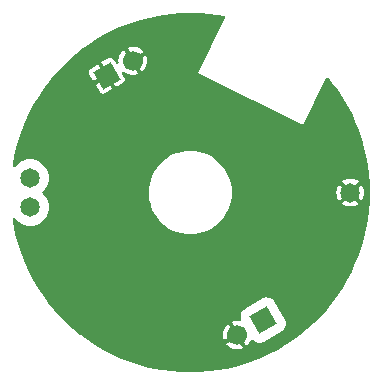
<source format=gtl>
G04 #@! TF.GenerationSoftware,KiCad,Pcbnew,7.0.5-0*
G04 #@! TF.CreationDate,2023-10-10T23:47:46-04:00*
G04 #@! TF.ProjectId,batterymodule,62617474-6572-4796-9d6f-64756c652e6b,rev?*
G04 #@! TF.SameCoordinates,Original*
G04 #@! TF.FileFunction,Copper,L1,Top*
G04 #@! TF.FilePolarity,Positive*
%FSLAX46Y46*%
G04 Gerber Fmt 4.6, Leading zero omitted, Abs format (unit mm)*
G04 Created by KiCad (PCBNEW 7.0.5-0) date 2023-10-10 23:47:46*
%MOMM*%
%LPD*%
G01*
G04 APERTURE LIST*
G04 Aperture macros list*
%AMHorizOval*
0 Thick line with rounded ends*
0 $1 width*
0 $2 $3 position (X,Y) of the first rounded end (center of the circle)*
0 $4 $5 position (X,Y) of the second rounded end (center of the circle)*
0 Add line between two ends*
20,1,$1,$2,$3,$4,$5,0*
0 Add two circle primitives to create the rounded ends*
1,1,$1,$2,$3*
1,1,$1,$4,$5*%
%AMRotRect*
0 Rectangle, with rotation*
0 The origin of the aperture is its center*
0 $1 length*
0 $2 width*
0 $3 Rotation angle, in degrees counterclockwise*
0 Add horizontal line*
21,1,$1,$2,0,0,$3*%
G04 Aperture macros list end*
G04 #@! TA.AperFunction,ComponentPad*
%ADD10C,1.650000*%
G04 #@! TD*
G04 #@! TA.AperFunction,ComponentPad*
%ADD11RotRect,1.700000X1.700000X120.000000*%
G04 #@! TD*
G04 #@! TA.AperFunction,ComponentPad*
%ADD12HorizOval,1.700000X0.000000X0.000000X0.000000X0.000000X0*%
G04 #@! TD*
G04 #@! TA.AperFunction,ComponentPad*
%ADD13RotRect,1.700000X1.700000X300.000000*%
G04 #@! TD*
G04 #@! TA.AperFunction,ComponentPad*
%ADD14HorizOval,1.700000X0.000000X0.000000X0.000000X0.000000X0*%
G04 #@! TD*
G04 #@! TA.AperFunction,ViaPad*
%ADD15C,0.600000*%
G04 #@! TD*
G04 APERTURE END LIST*
D10*
X132500000Y-125750000D03*
X132500000Y-128250000D03*
X159600000Y-127000000D03*
D11*
X138972122Y-117103026D03*
D12*
X141171826Y-115833026D03*
D13*
X152229852Y-137795000D03*
D14*
X150030148Y-139065000D03*
D15*
X142875000Y-131445000D03*
X153670000Y-128270000D03*
X135890000Y-121285000D03*
X139065000Y-135890000D03*
X149225000Y-121285000D03*
G04 #@! TA.AperFunction,Conductor*
G36*
X146819028Y-111804988D02*
G01*
X146822163Y-111805147D01*
X147060054Y-111823263D01*
X147587676Y-111863443D01*
X147590769Y-111863757D01*
X148352353Y-111960752D01*
X148355437Y-111961224D01*
X148897981Y-112058465D01*
X148960494Y-112089667D01*
X148996216Y-112149714D01*
X148993803Y-112219542D01*
X148987012Y-112235973D01*
X146684999Y-116839999D01*
X146685000Y-116839999D01*
X146685000Y-116840000D01*
X155575000Y-121285000D01*
X157557016Y-117320965D01*
X157604602Y-117269808D01*
X157672294Y-117252498D01*
X157738598Y-117274533D01*
X157764024Y-117298058D01*
X157886544Y-117448317D01*
X158080269Y-117685903D01*
X158082192Y-117688387D01*
X158536578Y-118307178D01*
X158538372Y-118309756D01*
X158960838Y-118950772D01*
X158962485Y-118953415D01*
X159351948Y-119615017D01*
X159353472Y-119617764D01*
X159708927Y-120298247D01*
X159710302Y-120301050D01*
X160021355Y-120978028D01*
X160030823Y-120998634D01*
X160032062Y-121001521D01*
X160316848Y-121714467D01*
X160317939Y-121717413D01*
X160566241Y-122443846D01*
X160567182Y-122446844D01*
X160778380Y-123184949D01*
X160779167Y-123187991D01*
X160952701Y-123935806D01*
X160953334Y-123938884D01*
X161088774Y-124694561D01*
X161089250Y-124697667D01*
X161186239Y-125459207D01*
X161186557Y-125462333D01*
X161244852Y-126227836D01*
X161245011Y-126230973D01*
X161264460Y-126998430D01*
X161264460Y-127001570D01*
X161245011Y-127769026D01*
X161244852Y-127772163D01*
X161186557Y-128537666D01*
X161186239Y-128540792D01*
X161089250Y-129302332D01*
X161088774Y-129305438D01*
X160953334Y-130061115D01*
X160952701Y-130064193D01*
X160779167Y-130812008D01*
X160778380Y-130815050D01*
X160567182Y-131553155D01*
X160566241Y-131556153D01*
X160317939Y-132282586D01*
X160316848Y-132285532D01*
X160032062Y-132998478D01*
X160030823Y-133001365D01*
X159710311Y-133698932D01*
X159708927Y-133701752D01*
X159353472Y-134382235D01*
X159351948Y-134384982D01*
X158962485Y-135046584D01*
X158960823Y-135049251D01*
X158538373Y-135690242D01*
X158536578Y-135692821D01*
X158082192Y-136311612D01*
X158080269Y-136314096D01*
X157595120Y-136909084D01*
X157593074Y-136911468D01*
X157078403Y-137481131D01*
X157076238Y-137483408D01*
X156533408Y-138026238D01*
X156531131Y-138028403D01*
X155961468Y-138543074D01*
X155959084Y-138545120D01*
X155364096Y-139030269D01*
X155361612Y-139032192D01*
X154742821Y-139486578D01*
X154740242Y-139488373D01*
X154459532Y-139673377D01*
X154248724Y-139812312D01*
X154099251Y-139910823D01*
X154096584Y-139912485D01*
X153434982Y-140301948D01*
X153432235Y-140303472D01*
X152751752Y-140658927D01*
X152748932Y-140660311D01*
X152051365Y-140980823D01*
X152048478Y-140982062D01*
X151335532Y-141266848D01*
X151332586Y-141267939D01*
X150606153Y-141516241D01*
X150603155Y-141517182D01*
X149865050Y-141728380D01*
X149862008Y-141729167D01*
X149114193Y-141902701D01*
X149111115Y-141903334D01*
X148355438Y-142038774D01*
X148352332Y-142039250D01*
X147590792Y-142136239D01*
X147587666Y-142136557D01*
X146822163Y-142194852D01*
X146819026Y-142195011D01*
X146051571Y-142214460D01*
X146048429Y-142214460D01*
X145280973Y-142195011D01*
X145277836Y-142194852D01*
X144512333Y-142136557D01*
X144509207Y-142136239D01*
X143747667Y-142039250D01*
X143744561Y-142038774D01*
X142988884Y-141903334D01*
X142985806Y-141902701D01*
X142237991Y-141729167D01*
X142234949Y-141728380D01*
X141496844Y-141517182D01*
X141493846Y-141516241D01*
X140767413Y-141267939D01*
X140764467Y-141266848D01*
X140051521Y-140982062D01*
X140048634Y-140980823D01*
X139351050Y-140660302D01*
X139348247Y-140658927D01*
X138667764Y-140303472D01*
X138665017Y-140301948D01*
X138003415Y-139912485D01*
X138000772Y-139910838D01*
X137359756Y-139488372D01*
X137357178Y-139486578D01*
X136783066Y-139065000D01*
X148825007Y-139065000D01*
X148845526Y-139286439D01*
X148906386Y-139500345D01*
X148909673Y-139506945D01*
X149533116Y-139146999D01*
X149570655Y-139274844D01*
X149648387Y-139395798D01*
X149713886Y-139452552D01*
X149090765Y-139812312D01*
X149139536Y-139876896D01*
X149139538Y-139876899D01*
X149303886Y-140026721D01*
X149492968Y-140143797D01*
X149492970Y-140143798D01*
X149700343Y-140224134D01*
X149918955Y-140265000D01*
X150141341Y-140265000D01*
X150359954Y-140224134D01*
X150469837Y-140181565D01*
X150110187Y-139558633D01*
X150172463Y-139549680D01*
X150303248Y-139489952D01*
X150411909Y-139395798D01*
X150419381Y-139384170D01*
X150778651Y-140006445D01*
X150920756Y-139876899D01*
X151054779Y-139699425D01*
X151156465Y-139495215D01*
X151158271Y-139496114D01*
X151195337Y-139447855D01*
X151261098Y-139424249D01*
X151329182Y-139439943D01*
X151350850Y-139455402D01*
X151354269Y-139458445D01*
X151354271Y-139458447D01*
X151485331Y-139575080D01*
X151639755Y-139658346D01*
X151809218Y-139703753D01*
X151984586Y-139708855D01*
X151984586Y-139708854D01*
X151984588Y-139708855D01*
X152034803Y-139698485D01*
X152156404Y-139673378D01*
X152250671Y-139631078D01*
X153809531Y-138731069D01*
X153893299Y-138670581D01*
X154009932Y-138539521D01*
X154093198Y-138385097D01*
X154138605Y-138215634D01*
X154143707Y-138040266D01*
X154143706Y-138040265D01*
X154143707Y-138040263D01*
X154128153Y-137964939D01*
X154108230Y-137868448D01*
X154065930Y-137774181D01*
X153165926Y-136215330D01*
X153165925Y-136215327D01*
X153165921Y-136215321D01*
X153105433Y-136131553D01*
X152974373Y-136014920D01*
X152819949Y-135931654D01*
X152819946Y-135931653D01*
X152819944Y-135931652D01*
X152650485Y-135886246D01*
X152475115Y-135881144D01*
X152303299Y-135916622D01*
X152209045Y-135958916D01*
X152209027Y-135958925D01*
X150650184Y-136858924D01*
X150650179Y-136858926D01*
X150566406Y-136919418D01*
X150566404Y-136919419D01*
X150449772Y-137050478D01*
X150366504Y-137204907D01*
X150321098Y-137374366D01*
X150315996Y-137549736D01*
X150352843Y-137728182D01*
X150350525Y-137728660D01*
X150352120Y-137787544D01*
X150315951Y-137847323D01*
X150253204Y-137878058D01*
X150209457Y-137877732D01*
X150141342Y-137865000D01*
X149918955Y-137865000D01*
X149700340Y-137905865D01*
X149590458Y-137948433D01*
X149590457Y-137948434D01*
X149950108Y-138571366D01*
X149887833Y-138580320D01*
X149757048Y-138640048D01*
X149648387Y-138734202D01*
X149640914Y-138745830D01*
X149281643Y-138123554D01*
X149139537Y-138253102D01*
X149005516Y-138430574D01*
X148906388Y-138629649D01*
X148845526Y-138843560D01*
X148825007Y-139064999D01*
X148825007Y-139065000D01*
X136783066Y-139065000D01*
X136738387Y-139032192D01*
X136735903Y-139030269D01*
X136140915Y-138545120D01*
X136138531Y-138543074D01*
X135568868Y-138028403D01*
X135566591Y-138026238D01*
X135023761Y-137483408D01*
X135021596Y-137481131D01*
X134506925Y-136911468D01*
X134504879Y-136909084D01*
X134019730Y-136314096D01*
X134017807Y-136311612D01*
X133947107Y-136215332D01*
X133563421Y-135692821D01*
X133561626Y-135690242D01*
X133139154Y-135049216D01*
X133137514Y-135046584D01*
X132748051Y-134384982D01*
X132746527Y-134382235D01*
X132391072Y-133701752D01*
X132389704Y-133698965D01*
X132069165Y-133001341D01*
X132067937Y-132998478D01*
X131783143Y-132285511D01*
X131782069Y-132282610D01*
X131533754Y-131556141D01*
X131532817Y-131553155D01*
X131321619Y-130815050D01*
X131320832Y-130812008D01*
X131147292Y-130064167D01*
X131146671Y-130061145D01*
X131011224Y-129305437D01*
X131010753Y-129302365D01*
X131007831Y-129279420D01*
X131018887Y-129210434D01*
X131065486Y-129158374D01*
X131132833Y-129139771D01*
X131199547Y-129160532D01*
X131225127Y-129183223D01*
X131248368Y-129210434D01*
X131382508Y-129367492D01*
X131503213Y-129470583D01*
X131571078Y-129528546D01*
X131571083Y-129528549D01*
X131782525Y-129658122D01*
X132011637Y-129753023D01*
X132218567Y-129802702D01*
X132252775Y-129810915D01*
X132500000Y-129830372D01*
X132747225Y-129810915D01*
X132988362Y-129753023D01*
X133217474Y-129658122D01*
X133428919Y-129528548D01*
X133617492Y-129367492D01*
X133778548Y-129178919D01*
X133908122Y-128967474D01*
X134003023Y-128738362D01*
X134060915Y-128497225D01*
X134080372Y-128250000D01*
X134060915Y-128002775D01*
X134003023Y-127761638D01*
X133991573Y-127733993D01*
X133908122Y-127532525D01*
X133778549Y-127321083D01*
X133778546Y-127321078D01*
X133718713Y-127251023D01*
X133617492Y-127132508D01*
X133572743Y-127094289D01*
X133534550Y-127035782D01*
X133534295Y-127000000D01*
X142519662Y-127000000D01*
X142539002Y-127369022D01*
X142590770Y-127695874D01*
X142596808Y-127733999D01*
X142683174Y-128056321D01*
X142692451Y-128090941D01*
X142824877Y-128435921D01*
X142992640Y-128765173D01*
X143193891Y-129075073D01*
X143193895Y-129075078D01*
X143193897Y-129075081D01*
X143426448Y-129362257D01*
X143687743Y-129623552D01*
X143974919Y-129856103D01*
X143974923Y-129856105D01*
X143974926Y-129856108D01*
X144284826Y-130057359D01*
X144284831Y-130057362D01*
X144614082Y-130225124D01*
X144959066Y-130357551D01*
X145316001Y-130453192D01*
X145680979Y-130510998D01*
X146029589Y-130529268D01*
X146049999Y-130530338D01*
X146050000Y-130530338D01*
X146050001Y-130530338D01*
X146069340Y-130529324D01*
X146419021Y-130510998D01*
X146783999Y-130453192D01*
X147140934Y-130357551D01*
X147485918Y-130225124D01*
X147815169Y-130057362D01*
X148125081Y-129856103D01*
X148412257Y-129623552D01*
X148673552Y-129362257D01*
X148906103Y-129075081D01*
X149107362Y-128765169D01*
X149275124Y-128435918D01*
X149407551Y-128090934D01*
X149503192Y-127733999D01*
X149560998Y-127369021D01*
X149580338Y-127000000D01*
X158419966Y-127000000D01*
X158440057Y-127216830D01*
X158499650Y-127426274D01*
X158499655Y-127426287D01*
X158596715Y-127621208D01*
X158653101Y-127695875D01*
X159106297Y-127242679D01*
X159146442Y-127320156D01*
X159249638Y-127430652D01*
X159355806Y-127495215D01*
X158901509Y-127949511D01*
X159074012Y-128056322D01*
X159074014Y-128056323D01*
X159277060Y-128134983D01*
X159277070Y-128134986D01*
X159491122Y-128175000D01*
X159708878Y-128175000D01*
X159922929Y-128134986D01*
X159922939Y-128134983D01*
X160125985Y-128056323D01*
X160125989Y-128056321D01*
X160298488Y-127949512D01*
X160298488Y-127949511D01*
X159843050Y-127494072D01*
X159888458Y-127474349D01*
X160005739Y-127378934D01*
X160092928Y-127255415D01*
X160096470Y-127245447D01*
X160546897Y-127695874D01*
X160603284Y-127621207D01*
X160603290Y-127621198D01*
X160700344Y-127426287D01*
X160700349Y-127426274D01*
X160759942Y-127216830D01*
X160780034Y-127000000D01*
X160780034Y-126999999D01*
X160759942Y-126783169D01*
X160700349Y-126573725D01*
X160700344Y-126573712D01*
X160603284Y-126378791D01*
X160546897Y-126304123D01*
X160093702Y-126757319D01*
X160053558Y-126679844D01*
X159950362Y-126569348D01*
X159844192Y-126504784D01*
X160298489Y-126050487D01*
X160125987Y-125943677D01*
X160125985Y-125943676D01*
X159922939Y-125865016D01*
X159922929Y-125865013D01*
X159708878Y-125825000D01*
X159491122Y-125825000D01*
X159277070Y-125865013D01*
X159277069Y-125865013D01*
X159074016Y-125943676D01*
X159074015Y-125943676D01*
X158901509Y-126050487D01*
X159356950Y-126505927D01*
X159311542Y-126525651D01*
X159194261Y-126621066D01*
X159107072Y-126744585D01*
X159103529Y-126754551D01*
X158653101Y-126304123D01*
X158596716Y-126378791D01*
X158596711Y-126378798D01*
X158499655Y-126573712D01*
X158499650Y-126573725D01*
X158440057Y-126783169D01*
X158419966Y-126999999D01*
X158419966Y-127000000D01*
X149580338Y-127000000D01*
X149560998Y-126630979D01*
X149503192Y-126266001D01*
X149407551Y-125909066D01*
X149275124Y-125564082D01*
X149107362Y-125234831D01*
X148975983Y-125032525D01*
X148906108Y-124924926D01*
X148906105Y-124924923D01*
X148906103Y-124924919D01*
X148673552Y-124637743D01*
X148412257Y-124376448D01*
X148125081Y-124143897D01*
X148125078Y-124143895D01*
X148125073Y-124143891D01*
X147815173Y-123942640D01*
X147485921Y-123774877D01*
X147140941Y-123642451D01*
X147140934Y-123642449D01*
X146783999Y-123546808D01*
X146783995Y-123546807D01*
X146783994Y-123546807D01*
X146419022Y-123489002D01*
X146050001Y-123469662D01*
X146049999Y-123469662D01*
X145680977Y-123489002D01*
X145316006Y-123546807D01*
X145316004Y-123546807D01*
X144959058Y-123642451D01*
X144614078Y-123774877D01*
X144284826Y-123942640D01*
X143974926Y-124143891D01*
X143687747Y-124376444D01*
X143687739Y-124376451D01*
X143426451Y-124637739D01*
X143426444Y-124637747D01*
X143193891Y-124924926D01*
X142992640Y-125234826D01*
X142824877Y-125564078D01*
X142692451Y-125909058D01*
X142596807Y-126266004D01*
X142596807Y-126266006D01*
X142539002Y-126630977D01*
X142519662Y-126999999D01*
X142519662Y-127000000D01*
X133534295Y-127000000D01*
X133534052Y-126965914D01*
X133571405Y-126906868D01*
X133572559Y-126905867D01*
X133617492Y-126867492D01*
X133778548Y-126678919D01*
X133908122Y-126467474D01*
X134003023Y-126238362D01*
X134060915Y-125997225D01*
X134080372Y-125750000D01*
X134060915Y-125502775D01*
X134003023Y-125261638D01*
X133991920Y-125234831D01*
X133908122Y-125032525D01*
X133778549Y-124821083D01*
X133778546Y-124821078D01*
X133692708Y-124720575D01*
X133617492Y-124632508D01*
X133514399Y-124544458D01*
X133428921Y-124471453D01*
X133428916Y-124471450D01*
X133217474Y-124341877D01*
X132988362Y-124246976D01*
X132747228Y-124189085D01*
X132500000Y-124169628D01*
X132252771Y-124189085D01*
X132011637Y-124246976D01*
X131782525Y-124341877D01*
X131571083Y-124471450D01*
X131571078Y-124471453D01*
X131382508Y-124632508D01*
X131225127Y-124816776D01*
X131166620Y-124854969D01*
X131096752Y-124855467D01*
X131037706Y-124818113D01*
X131008228Y-124754766D01*
X131007831Y-124720583D01*
X131010754Y-124697628D01*
X131011225Y-124694561D01*
X131021408Y-124637747D01*
X131146672Y-123938846D01*
X131147290Y-123935840D01*
X131320838Y-123187964D01*
X131321613Y-123184972D01*
X131532824Y-122446820D01*
X131533750Y-122443869D01*
X131782073Y-121717376D01*
X131783138Y-121714501D01*
X132067945Y-121001500D01*
X132069159Y-120998672D01*
X132389711Y-120301018D01*
X132391072Y-120298247D01*
X132746527Y-119617764D01*
X132748051Y-119615017D01*
X133137514Y-118953415D01*
X133139143Y-118950800D01*
X133561645Y-118309729D01*
X133563408Y-118307196D01*
X134017830Y-117688356D01*
X134019730Y-117685903D01*
X134087308Y-117603026D01*
X134457197Y-117149392D01*
X134504879Y-117090915D01*
X134506925Y-117088531D01*
X134738997Y-116831662D01*
X134805788Y-116757734D01*
X137457810Y-116757734D01*
X137465851Y-116874262D01*
X137465851Y-116874264D01*
X137491283Y-116938138D01*
X137844140Y-117549304D01*
X137844141Y-117549304D01*
X138475090Y-117185025D01*
X138512629Y-117312870D01*
X138590361Y-117433824D01*
X138655860Y-117490578D01*
X138021641Y-117856744D01*
X138021641Y-117856745D01*
X138374497Y-118467909D01*
X138374496Y-118467909D01*
X138417098Y-118521874D01*
X138514000Y-118587106D01*
X138626828Y-118617337D01*
X138743358Y-118609296D01*
X138743360Y-118609296D01*
X138807234Y-118583864D01*
X139418400Y-118231006D01*
X139418400Y-118231005D01*
X139052161Y-117596659D01*
X139114437Y-117587706D01*
X139245222Y-117527978D01*
X139353883Y-117433824D01*
X139361355Y-117422197D01*
X139725840Y-118053505D01*
X139725841Y-118053505D01*
X140337005Y-117700650D01*
X140390970Y-117658049D01*
X140456202Y-117561147D01*
X140486433Y-117448321D01*
X140486433Y-117448317D01*
X140478392Y-117331789D01*
X140478392Y-117331787D01*
X140452960Y-117267913D01*
X140278413Y-116965589D01*
X140261940Y-116897689D01*
X140284792Y-116831662D01*
X140339714Y-116788471D01*
X140409267Y-116781830D01*
X140451078Y-116798162D01*
X140634646Y-116911823D01*
X140634648Y-116911824D01*
X140842021Y-116992160D01*
X141060633Y-117033026D01*
X141283019Y-117033026D01*
X141501632Y-116992160D01*
X141611515Y-116949591D01*
X141251865Y-116326659D01*
X141314141Y-116317706D01*
X141444926Y-116257978D01*
X141553587Y-116163824D01*
X141561059Y-116152196D01*
X141920329Y-116774471D01*
X142062434Y-116644925D01*
X142196457Y-116467451D01*
X142295585Y-116268376D01*
X142356447Y-116054465D01*
X142376967Y-115833026D01*
X142376967Y-115833025D01*
X142356447Y-115611586D01*
X142295585Y-115397675D01*
X142292300Y-115391079D01*
X142292299Y-115391079D01*
X141668856Y-115751023D01*
X141631319Y-115623182D01*
X141553587Y-115502228D01*
X141488085Y-115445471D01*
X142111207Y-115085713D01*
X142062434Y-115021125D01*
X141898087Y-114871304D01*
X141709005Y-114754228D01*
X141709003Y-114754227D01*
X141501630Y-114673891D01*
X141283019Y-114633026D01*
X141060633Y-114633026D01*
X140842018Y-114673891D01*
X140732136Y-114716459D01*
X140732135Y-114716460D01*
X141091785Y-115339392D01*
X141029511Y-115348346D01*
X140898726Y-115408074D01*
X140790065Y-115502228D01*
X140782592Y-115513855D01*
X140423321Y-114891580D01*
X140281215Y-115021128D01*
X140147194Y-115198600D01*
X140048066Y-115397675D01*
X139987204Y-115611586D01*
X139966685Y-115833025D01*
X139966685Y-115833026D01*
X139979857Y-115975175D01*
X139966442Y-116043744D01*
X139918085Y-116094176D01*
X139850139Y-116110459D01*
X139784176Y-116087422D01*
X139748999Y-116048616D01*
X139569746Y-115738142D01*
X139569747Y-115738142D01*
X139527145Y-115684177D01*
X139430243Y-115618945D01*
X139317415Y-115588714D01*
X139200885Y-115596755D01*
X139200883Y-115596755D01*
X139137009Y-115622187D01*
X138525842Y-115975044D01*
X138525842Y-115975045D01*
X138892082Y-116609392D01*
X138829807Y-116618346D01*
X138699022Y-116678074D01*
X138590361Y-116772228D01*
X138582888Y-116783855D01*
X138218402Y-116152545D01*
X138218401Y-116152545D01*
X137607238Y-116505401D01*
X137553273Y-116548002D01*
X137488041Y-116644904D01*
X137457810Y-116757730D01*
X137457810Y-116757734D01*
X134805788Y-116757734D01*
X135021605Y-116518857D01*
X135023741Y-116516611D01*
X135566611Y-115973741D01*
X135568857Y-115971605D01*
X136138531Y-115456925D01*
X136140915Y-115454879D01*
X136593661Y-115085713D01*
X136735913Y-114969721D01*
X136738356Y-114967830D01*
X137357196Y-114513408D01*
X137359729Y-114511645D01*
X138000800Y-114089143D01*
X138003404Y-114087520D01*
X138665023Y-113698047D01*
X138667764Y-113696527D01*
X139348247Y-113341072D01*
X139351018Y-113339711D01*
X140048672Y-113019159D01*
X140051500Y-113017945D01*
X140764501Y-112733138D01*
X140767376Y-112732073D01*
X141493869Y-112483750D01*
X141496820Y-112482824D01*
X142234972Y-112271613D01*
X142237964Y-112270838D01*
X142985840Y-112097290D01*
X142988846Y-112096672D01*
X143744568Y-111961223D01*
X143747640Y-111960753D01*
X144509234Y-111863757D01*
X144512319Y-111863443D01*
X145184804Y-111812231D01*
X145277836Y-111805147D01*
X145280969Y-111804988D01*
X146048461Y-111785539D01*
X146051539Y-111785539D01*
X146819028Y-111804988D01*
G37*
G04 #@! TD.AperFunction*
M02*

</source>
